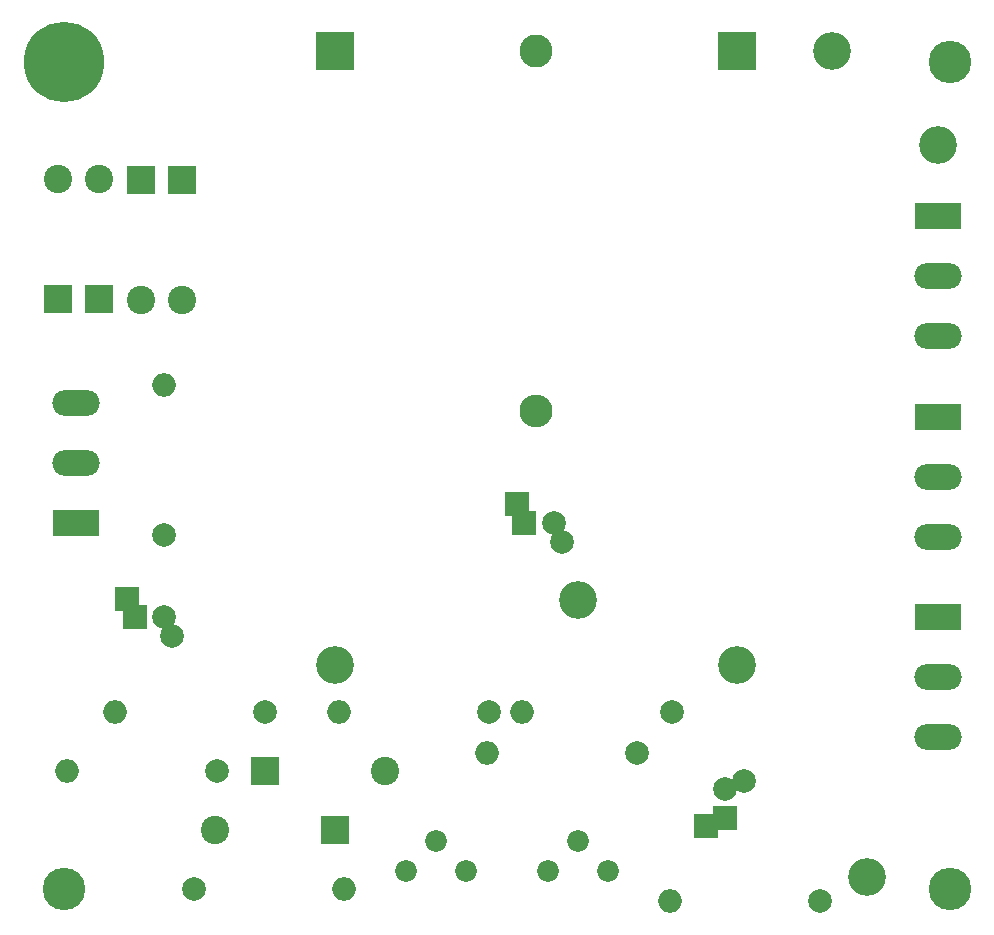
<source format=gbr>
%TF.GenerationSoftware,KiCad,Pcbnew,(5.1.5-0-10_14)*%
%TF.CreationDate,2020-09-13T21:19:58+01:00*%
%TF.ProjectId,PowerSupply,506f7765-7253-4757-9070-6c792e6b6963,rev?*%
%TF.SameCoordinates,Original*%
%TF.FileFunction,Soldermask,Bot*%
%TF.FilePolarity,Negative*%
%FSLAX46Y46*%
G04 Gerber Fmt 4.6, Leading zero omitted, Abs format (unit mm)*
G04 Created by KiCad (PCBNEW (5.1.5-0-10_14)) date 2020-09-13 21:19:58*
%MOMM*%
%LPD*%
G04 APERTURE LIST*
%ADD10R,4.000000X2.200000*%
%ADD11O,4.000000X2.200000*%
%ADD12R,2.000000X2.000000*%
%ADD13C,2.000000*%
%ADD14O,2.000000X2.000000*%
%ADD15C,2.398980*%
%ADD16R,2.398980X2.398980*%
%ADD17C,1.840000*%
%ADD18C,6.800000*%
%ADD19R,3.200000X3.200000*%
%ADD20O,3.200000X3.200000*%
%ADD21C,3.600000*%
%ADD22C,3.200000*%
%ADD23C,2.800000*%
%ADD24O,2.800000X2.800000*%
G04 APERTURE END LIST*
D10*
X129000000Y-70000000D03*
D11*
X129000000Y-75080000D03*
X129000000Y-80160000D03*
D12*
X61000000Y-87000000D03*
D13*
X63500000Y-87000000D03*
D12*
X60329063Y-85400000D03*
D13*
X64170937Y-88600000D03*
X72000000Y-95000000D03*
D14*
X59300000Y-95000000D03*
D12*
X94000000Y-79000000D03*
D13*
X96500000Y-79000000D03*
D12*
X93329063Y-77400000D03*
D13*
X97170937Y-80600000D03*
D12*
X111000000Y-104000000D03*
D13*
X111000000Y-101500000D03*
D12*
X109400000Y-104670937D03*
D13*
X112600000Y-100829063D03*
D15*
X82160000Y-99997460D03*
D16*
X72000000Y-99997460D03*
D15*
X67840000Y-105002540D03*
D16*
X78000000Y-105002540D03*
D10*
X56000000Y-79000000D03*
D11*
X56000000Y-73920000D03*
X56000000Y-68840000D03*
D17*
X101080000Y-108500000D03*
X98540000Y-105960000D03*
X96000000Y-108500000D03*
X89080000Y-108500000D03*
X86540000Y-105960000D03*
X84000000Y-108500000D03*
D18*
X55000000Y-40000000D03*
D10*
X129000000Y-53000000D03*
D11*
X129000000Y-58080000D03*
X129000000Y-63160000D03*
D10*
X129000000Y-87000000D03*
D11*
X129000000Y-92080000D03*
X129000000Y-97160000D03*
D19*
X78000000Y-39000000D03*
D20*
X78000000Y-91000000D03*
D19*
X112000000Y-39000000D03*
D20*
X112000000Y-91000000D03*
D13*
X63500000Y-80000000D03*
D14*
X63500000Y-67300000D03*
D13*
X91000000Y-95000000D03*
D14*
X78300000Y-95000000D03*
D13*
X119000000Y-111000000D03*
D14*
X106300000Y-111000000D03*
D13*
X68000000Y-100000000D03*
D14*
X55300000Y-100000000D03*
D13*
X66000000Y-110000000D03*
D14*
X78700000Y-110000000D03*
D21*
X130000000Y-40000000D03*
X130000000Y-110000000D03*
X55000000Y-110000000D03*
D15*
X65002540Y-60160000D03*
D16*
X65002540Y-50000000D03*
D15*
X54497460Y-49840000D03*
D16*
X54497460Y-60000000D03*
D15*
X61502540Y-60160000D03*
D16*
X61502540Y-50000000D03*
D15*
X57997460Y-49840000D03*
D16*
X57997460Y-60000000D03*
D22*
X129000000Y-47000000D03*
X120000000Y-39000000D03*
X98500000Y-85500000D03*
X123000000Y-109000000D03*
D23*
X95000000Y-39000000D03*
D24*
X95000000Y-69480000D03*
D13*
X106500000Y-95000000D03*
D14*
X93800000Y-95000000D03*
D13*
X103500000Y-98500000D03*
D14*
X90800000Y-98500000D03*
M02*

</source>
